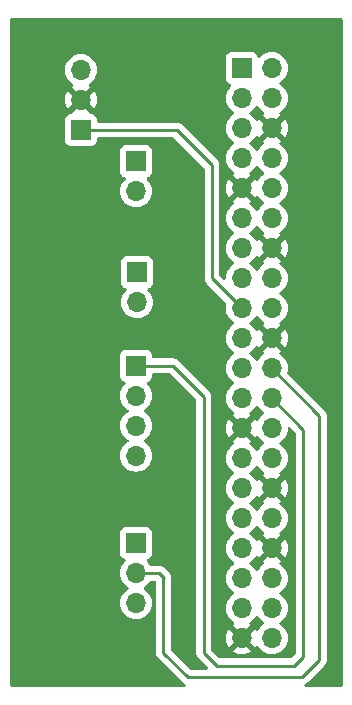
<source format=gbl>
%TF.GenerationSoftware,KiCad,Pcbnew,7.0.2-6a45011f42~172~ubuntu20.04.1*%
%TF.CreationDate,2023-04-23T14:48:56-04:00*%
%TF.ProjectId,RPiHeaderAdapter,52506948-6561-4646-9572-416461707465,rev?*%
%TF.SameCoordinates,Original*%
%TF.FileFunction,Copper,L2,Bot*%
%TF.FilePolarity,Positive*%
%FSLAX46Y46*%
G04 Gerber Fmt 4.6, Leading zero omitted, Abs format (unit mm)*
G04 Created by KiCad (PCBNEW 7.0.2-6a45011f42~172~ubuntu20.04.1) date 2023-04-23 14:48:56*
%MOMM*%
%LPD*%
G01*
G04 APERTURE LIST*
%TA.AperFunction,ComponentPad*%
%ADD10R,1.700000X1.700000*%
%TD*%
%TA.AperFunction,ComponentPad*%
%ADD11O,1.700000X1.700000*%
%TD*%
%TA.AperFunction,ViaPad*%
%ADD12C,0.800000*%
%TD*%
%TA.AperFunction,Conductor*%
%ADD13C,0.250000*%
%TD*%
G04 APERTURE END LIST*
D10*
X134874000Y-75935600D03*
D11*
X134874000Y-78475600D03*
D10*
X134797800Y-98871800D03*
D11*
X134797800Y-101411800D03*
X134797800Y-103951800D03*
D10*
X134797800Y-83845000D03*
D11*
X134797800Y-86385000D03*
X134797800Y-88925000D03*
X134797800Y-91465000D03*
D10*
X130124200Y-63881000D03*
D11*
X130124200Y-61341000D03*
X130124200Y-58801000D03*
D10*
X134797800Y-66532600D03*
D11*
X134797800Y-69072600D03*
D10*
X143738600Y-58648600D03*
D11*
X146278600Y-58648600D03*
X143738600Y-61188600D03*
X146278600Y-61188600D03*
X143738600Y-63728600D03*
X146278600Y-63728600D03*
X143738600Y-66268600D03*
X146278600Y-66268600D03*
X143738600Y-68808600D03*
X146278600Y-68808600D03*
X143738600Y-71348600D03*
X146278600Y-71348600D03*
X143738600Y-73888600D03*
X146278600Y-73888600D03*
X143738600Y-76428600D03*
X146278600Y-76428600D03*
X143738600Y-78968600D03*
X146278600Y-78968600D03*
X143738600Y-81508600D03*
X146278600Y-81508600D03*
X143738600Y-84048600D03*
X146278600Y-84048600D03*
X143738600Y-86588600D03*
X146278600Y-86588600D03*
X143738600Y-89128600D03*
X146278600Y-89128600D03*
X143738600Y-91668600D03*
X146278600Y-91668600D03*
X143738600Y-94208600D03*
X146278600Y-94208600D03*
X143738600Y-96748600D03*
X146278600Y-96748600D03*
X143738600Y-99288600D03*
X146278600Y-99288600D03*
X143738600Y-101828600D03*
X146278600Y-101828600D03*
X143738600Y-104368600D03*
X146278600Y-104368600D03*
X143738600Y-106908600D03*
X146278600Y-106908600D03*
D12*
X148005800Y-82753200D03*
D13*
X130124200Y-63881000D02*
X138226800Y-63881000D01*
X138226800Y-63881000D02*
X141224000Y-66878200D01*
X141224000Y-66878200D02*
X141224000Y-76454000D01*
X141224000Y-76454000D02*
X143738600Y-78968600D01*
X134797800Y-101411800D02*
X136743200Y-101411800D01*
X137134600Y-101803200D02*
X137109200Y-101828600D01*
X139166600Y-110210600D02*
X148844000Y-110210600D01*
X136743200Y-101411800D02*
X137134600Y-101803200D01*
X137109200Y-101828600D02*
X137109200Y-108153200D01*
X150317200Y-108737400D02*
X150317200Y-88087200D01*
X150317200Y-88087200D02*
X146278600Y-84048600D01*
X137109200Y-108153200D02*
X139166600Y-110210600D01*
X148844000Y-110210600D02*
X150317200Y-108737400D01*
X134797800Y-83845000D02*
X137896200Y-83845000D01*
X137896200Y-83845000D02*
X140512800Y-86461600D01*
X148082000Y-109245400D02*
X148132800Y-109296200D01*
X148945600Y-89255600D02*
X146278600Y-86588600D01*
X140512800Y-86461600D02*
X140512800Y-108153200D01*
X140512800Y-108153200D02*
X141605000Y-109245400D01*
X141605000Y-109245400D02*
X148082000Y-109245400D01*
X148132800Y-109296200D02*
X148945600Y-108483400D01*
X148945600Y-108483400D02*
X148945600Y-89255600D01*
%TA.AperFunction,Conductor*%
G36*
X152215539Y-54426985D02*
G01*
X152261294Y-54479789D01*
X152272500Y-54531300D01*
X152272500Y-110898900D01*
X152252815Y-110965939D01*
X152200011Y-111011694D01*
X152148500Y-111022900D01*
X149152523Y-111022900D01*
X149085484Y-111003215D01*
X149039729Y-110950411D01*
X149029785Y-110881253D01*
X149058810Y-110817697D01*
X149089398Y-110792170D01*
X149094388Y-110789218D01*
X149094390Y-110789218D01*
X149111634Y-110779019D01*
X149129102Y-110770462D01*
X149147732Y-110763086D01*
X149183064Y-110737414D01*
X149192830Y-110731000D01*
X149230418Y-110708771D01*
X149230417Y-110708771D01*
X149230420Y-110708770D01*
X149244585Y-110694604D01*
X149259373Y-110681973D01*
X149275587Y-110670194D01*
X149303438Y-110636526D01*
X149311279Y-110627909D01*
X150700988Y-109238200D01*
X150717085Y-109225306D01*
X150719073Y-109223187D01*
X150719077Y-109223186D01*
X150765149Y-109174123D01*
X150767734Y-109171455D01*
X150787320Y-109151871D01*
X150789785Y-109148692D01*
X150797367Y-109139816D01*
X150827262Y-109107982D01*
X150836917Y-109090418D01*
X150847594Y-109074164D01*
X150859873Y-109058336D01*
X150877218Y-109018252D01*
X150882360Y-109007756D01*
X150903397Y-108969492D01*
X150908379Y-108950084D01*
X150914681Y-108931680D01*
X150922637Y-108913296D01*
X150929469Y-108870152D01*
X150931833Y-108858738D01*
X150942700Y-108816419D01*
X150942700Y-108796383D01*
X150944227Y-108776984D01*
X150947360Y-108757204D01*
X150943250Y-108713724D01*
X150942700Y-108702055D01*
X150942700Y-88169943D01*
X150944964Y-88149439D01*
X150942761Y-88079326D01*
X150942700Y-88075431D01*
X150942700Y-88051740D01*
X150942700Y-88047850D01*
X150942198Y-88043877D01*
X150941280Y-88032218D01*
X150939909Y-87988573D01*
X150934320Y-87969340D01*
X150930374Y-87950282D01*
X150927864Y-87930406D01*
X150911788Y-87889804D01*
X150908004Y-87878753D01*
X150902081Y-87858368D01*
X150895818Y-87836810D01*
X150885614Y-87819555D01*
X150877061Y-87802095D01*
X150869686Y-87783469D01*
X150869686Y-87783468D01*
X150844008Y-87748125D01*
X150837601Y-87738371D01*
X150815369Y-87700779D01*
X150801206Y-87686616D01*
X150788567Y-87671817D01*
X150776795Y-87655613D01*
X150743141Y-87627773D01*
X150734499Y-87619909D01*
X147618837Y-84504246D01*
X147585352Y-84442923D01*
X147586743Y-84384472D01*
X147613663Y-84284008D01*
X147634259Y-84048600D01*
X147613663Y-83813192D01*
X147552503Y-83584937D01*
X147452635Y-83370771D01*
X147317095Y-83177199D01*
X147150001Y-83010105D01*
X146964002Y-82879867D01*
X146920380Y-82825292D01*
X146913187Y-82755793D01*
X146944709Y-82693439D01*
X146964005Y-82676719D01*
X147039973Y-82623525D01*
X146411133Y-81994686D01*
X146420915Y-81993280D01*
X146551700Y-81933552D01*
X146660361Y-81839398D01*
X146738093Y-81718444D01*
X146761676Y-81638124D01*
X147393525Y-82269973D01*
X147452200Y-82186176D01*
X147552030Y-81972092D01*
X147613169Y-81743918D01*
X147633757Y-81508600D01*
X147613169Y-81273281D01*
X147552030Y-81045107D01*
X147452199Y-80831021D01*
X147393526Y-80747226D01*
X147393525Y-80747225D01*
X146761676Y-81379075D01*
X146738093Y-81298756D01*
X146660361Y-81177802D01*
X146551700Y-81083648D01*
X146420915Y-81023920D01*
X146411132Y-81022513D01*
X147039973Y-80393673D01*
X147039973Y-80393672D01*
X146964005Y-80340480D01*
X146920380Y-80285904D01*
X146913186Y-80216405D01*
X146944708Y-80154051D01*
X146963999Y-80137334D01*
X147150001Y-80007095D01*
X147317095Y-79840001D01*
X147452635Y-79646430D01*
X147552503Y-79432263D01*
X147613663Y-79204008D01*
X147634259Y-78968600D01*
X147613663Y-78733192D01*
X147552503Y-78504937D01*
X147452635Y-78290771D01*
X147317095Y-78097199D01*
X147150001Y-77930105D01*
X146964439Y-77800173D01*
X146920816Y-77745598D01*
X146913622Y-77676100D01*
X146945145Y-77613745D01*
X146964437Y-77597028D01*
X147150001Y-77467095D01*
X147317095Y-77300001D01*
X147452635Y-77106430D01*
X147552503Y-76892263D01*
X147613663Y-76664008D01*
X147634259Y-76428600D01*
X147613663Y-76193192D01*
X147552503Y-75964937D01*
X147452635Y-75750771D01*
X147317095Y-75557199D01*
X147150001Y-75390105D01*
X146964002Y-75259867D01*
X146920380Y-75205292D01*
X146913187Y-75135793D01*
X146944709Y-75073439D01*
X146964005Y-75056719D01*
X147039973Y-75003525D01*
X146411133Y-74374686D01*
X146420915Y-74373280D01*
X146551700Y-74313552D01*
X146660361Y-74219398D01*
X146738093Y-74098444D01*
X146761677Y-74018123D01*
X147393525Y-74649972D01*
X147452200Y-74566176D01*
X147552030Y-74352092D01*
X147613169Y-74123918D01*
X147633757Y-73888600D01*
X147613169Y-73653281D01*
X147552030Y-73425107D01*
X147452199Y-73211021D01*
X147393526Y-73127226D01*
X147393525Y-73127225D01*
X146761676Y-73759074D01*
X146738093Y-73678756D01*
X146660361Y-73557802D01*
X146551700Y-73463648D01*
X146420915Y-73403920D01*
X146411133Y-73402513D01*
X147039973Y-72773673D01*
X147039973Y-72773672D01*
X146964005Y-72720480D01*
X146920380Y-72665904D01*
X146913186Y-72596405D01*
X146944708Y-72534051D01*
X146963999Y-72517334D01*
X147150001Y-72387095D01*
X147317095Y-72220001D01*
X147452635Y-72026430D01*
X147552503Y-71812263D01*
X147613663Y-71584008D01*
X147634259Y-71348600D01*
X147613663Y-71113192D01*
X147552503Y-70884937D01*
X147452635Y-70670771D01*
X147317095Y-70477199D01*
X147150001Y-70310105D01*
X146964439Y-70180173D01*
X146920816Y-70125598D01*
X146913622Y-70056100D01*
X146945145Y-69993745D01*
X146964437Y-69977028D01*
X147150001Y-69847095D01*
X147317095Y-69680001D01*
X147452635Y-69486430D01*
X147552503Y-69272263D01*
X147613663Y-69044008D01*
X147634259Y-68808600D01*
X147613663Y-68573192D01*
X147552503Y-68344937D01*
X147452635Y-68130771D01*
X147317095Y-67937199D01*
X147150001Y-67770105D01*
X146964439Y-67640173D01*
X146920816Y-67585598D01*
X146913622Y-67516100D01*
X146945145Y-67453745D01*
X146964437Y-67437028D01*
X147150001Y-67307095D01*
X147317095Y-67140001D01*
X147452635Y-66946430D01*
X147552503Y-66732263D01*
X147613663Y-66504008D01*
X147634259Y-66268600D01*
X147613663Y-66033192D01*
X147552503Y-65804937D01*
X147452635Y-65590771D01*
X147317095Y-65397199D01*
X147150001Y-65230105D01*
X146964002Y-65099867D01*
X146920380Y-65045292D01*
X146913187Y-64975793D01*
X146944709Y-64913439D01*
X146964005Y-64896719D01*
X147039973Y-64843525D01*
X146411133Y-64214686D01*
X146420915Y-64213280D01*
X146551700Y-64153552D01*
X146660361Y-64059398D01*
X146738093Y-63938444D01*
X146761676Y-63858124D01*
X147393525Y-64489973D01*
X147452200Y-64406176D01*
X147552030Y-64192092D01*
X147613169Y-63963918D01*
X147633757Y-63728599D01*
X147613169Y-63493281D01*
X147552030Y-63265107D01*
X147452199Y-63051021D01*
X147393526Y-62967226D01*
X147393525Y-62967225D01*
X146761676Y-63599075D01*
X146738093Y-63518756D01*
X146660361Y-63397802D01*
X146551700Y-63303648D01*
X146420915Y-63243920D01*
X146411131Y-63242513D01*
X147039973Y-62613673D01*
X147039973Y-62613672D01*
X146964005Y-62560480D01*
X146920380Y-62505904D01*
X146913186Y-62436405D01*
X146944708Y-62374051D01*
X146963999Y-62357334D01*
X147150001Y-62227095D01*
X147317095Y-62060001D01*
X147452635Y-61866430D01*
X147552503Y-61652263D01*
X147613663Y-61424008D01*
X147634259Y-61188600D01*
X147613663Y-60953192D01*
X147552503Y-60724937D01*
X147452635Y-60510771D01*
X147317095Y-60317199D01*
X147150001Y-60150105D01*
X146964439Y-60020173D01*
X146920815Y-59965597D01*
X146913623Y-59896098D01*
X146945145Y-59833744D01*
X146964431Y-59817032D01*
X147150001Y-59687095D01*
X147317095Y-59520001D01*
X147452635Y-59326430D01*
X147552503Y-59112263D01*
X147613663Y-58884008D01*
X147634259Y-58648600D01*
X147613663Y-58413192D01*
X147552503Y-58184937D01*
X147452635Y-57970771D01*
X147317095Y-57777199D01*
X147150001Y-57610105D01*
X146956430Y-57474565D01*
X146742263Y-57374697D01*
X146681101Y-57358309D01*
X146514007Y-57313536D01*
X146278600Y-57292940D01*
X146043192Y-57313536D01*
X145814936Y-57374697D01*
X145600770Y-57474565D01*
X145407201Y-57610103D01*
X145285273Y-57732031D01*
X145223950Y-57765515D01*
X145154258Y-57760531D01*
X145098325Y-57718659D01*
X145081410Y-57687682D01*
X145058764Y-57626965D01*
X145032396Y-57556269D01*
X144946146Y-57441054D01*
X144830931Y-57354804D01*
X144696083Y-57304509D01*
X144636473Y-57298100D01*
X144633150Y-57298100D01*
X142844039Y-57298100D01*
X142844020Y-57298100D01*
X142840728Y-57298101D01*
X142837448Y-57298453D01*
X142837440Y-57298454D01*
X142781115Y-57304509D01*
X142646269Y-57354804D01*
X142531054Y-57441054D01*
X142444804Y-57556268D01*
X142444803Y-57556269D01*
X142444804Y-57556269D01*
X142394509Y-57691117D01*
X142388100Y-57750727D01*
X142388100Y-57754048D01*
X142388100Y-57754049D01*
X142388100Y-59543160D01*
X142388100Y-59543178D01*
X142388101Y-59546472D01*
X142388453Y-59549752D01*
X142388454Y-59549759D01*
X142394509Y-59606084D01*
X142419244Y-59672401D01*
X142444804Y-59740931D01*
X142531054Y-59856146D01*
X142646269Y-59942396D01*
X142733779Y-59975035D01*
X142777682Y-59991410D01*
X142833616Y-60033281D01*
X142858033Y-60098746D01*
X142843181Y-60167019D01*
X142822031Y-60195273D01*
X142700103Y-60317201D01*
X142564565Y-60510770D01*
X142464697Y-60724936D01*
X142403536Y-60953192D01*
X142382940Y-61188600D01*
X142403536Y-61424007D01*
X142437522Y-61550844D01*
X142464697Y-61652263D01*
X142564565Y-61866430D01*
X142700105Y-62060001D01*
X142867199Y-62227095D01*
X143052760Y-62357026D01*
X143096383Y-62411602D01*
X143103576Y-62481101D01*
X143072054Y-62543455D01*
X143052759Y-62560175D01*
X142867195Y-62690108D01*
X142700105Y-62857198D01*
X142564565Y-63050770D01*
X142464697Y-63264936D01*
X142403536Y-63493192D01*
X142382940Y-63728600D01*
X142403536Y-63964007D01*
X142429096Y-64059398D01*
X142464697Y-64192263D01*
X142564565Y-64406430D01*
X142700105Y-64600001D01*
X142867199Y-64767095D01*
X143052760Y-64897026D01*
X143096383Y-64951602D01*
X143103576Y-65021101D01*
X143072054Y-65083455D01*
X143052758Y-65100175D01*
X142926605Y-65188509D01*
X142867195Y-65230108D01*
X142700105Y-65397198D01*
X142564565Y-65590770D01*
X142464697Y-65804936D01*
X142403536Y-66033192D01*
X142382940Y-66268599D01*
X142403536Y-66504007D01*
X142427407Y-66593095D01*
X142464697Y-66732263D01*
X142564565Y-66946430D01*
X142700105Y-67140001D01*
X142867199Y-67307095D01*
X143053196Y-67437332D01*
X143096819Y-67491907D01*
X143104012Y-67561406D01*
X143072490Y-67623760D01*
X143053194Y-67640481D01*
X142977226Y-67693673D01*
X143606066Y-68322513D01*
X143596285Y-68323920D01*
X143465500Y-68383648D01*
X143356839Y-68477802D01*
X143279107Y-68598756D01*
X143255523Y-68679075D01*
X142623673Y-68047225D01*
X142623672Y-68047225D01*
X142564999Y-68131022D01*
X142465169Y-68345107D01*
X142404030Y-68573281D01*
X142383442Y-68808599D01*
X142404030Y-69043918D01*
X142465169Y-69272092D01*
X142565000Y-69486180D01*
X142623673Y-69569973D01*
X143255523Y-68938123D01*
X143279107Y-69018444D01*
X143356839Y-69139398D01*
X143465500Y-69233552D01*
X143596285Y-69293280D01*
X143606066Y-69294686D01*
X142977225Y-69923525D01*
X143053194Y-69976719D01*
X143096819Y-70031296D01*
X143104013Y-70100794D01*
X143072490Y-70163149D01*
X143053195Y-70179869D01*
X142867195Y-70310108D01*
X142700105Y-70477198D01*
X142564565Y-70670770D01*
X142464697Y-70884936D01*
X142403536Y-71113192D01*
X142382940Y-71348599D01*
X142403536Y-71584007D01*
X142448309Y-71751102D01*
X142464697Y-71812263D01*
X142564565Y-72026430D01*
X142700105Y-72220001D01*
X142867199Y-72387095D01*
X143052760Y-72517026D01*
X143096383Y-72571602D01*
X143103576Y-72641101D01*
X143072054Y-72703455D01*
X143052759Y-72720175D01*
X142867195Y-72850108D01*
X142700105Y-73017198D01*
X142564565Y-73210770D01*
X142464697Y-73424936D01*
X142403536Y-73653192D01*
X142382940Y-73888600D01*
X142403536Y-74124007D01*
X142429096Y-74219398D01*
X142464697Y-74352263D01*
X142564565Y-74566430D01*
X142700105Y-74760001D01*
X142867199Y-74927095D01*
X143052760Y-75057026D01*
X143096383Y-75111602D01*
X143103576Y-75181101D01*
X143072054Y-75243455D01*
X143052759Y-75260175D01*
X142867195Y-75390108D01*
X142700105Y-75557198D01*
X142564565Y-75750770D01*
X142464697Y-75964936D01*
X142403536Y-76193192D01*
X142382001Y-76439328D01*
X142356548Y-76504397D01*
X142299957Y-76545375D01*
X142230195Y-76549253D01*
X142170792Y-76516201D01*
X141885819Y-76231228D01*
X141852334Y-76169905D01*
X141849500Y-76143547D01*
X141849500Y-66960943D01*
X141851764Y-66940439D01*
X141849561Y-66870326D01*
X141849500Y-66866431D01*
X141849500Y-66842740D01*
X141849500Y-66838850D01*
X141848998Y-66834877D01*
X141848080Y-66823218D01*
X141846709Y-66779573D01*
X141841120Y-66760340D01*
X141837174Y-66741282D01*
X141834664Y-66721406D01*
X141818588Y-66680804D01*
X141814804Y-66669753D01*
X141808881Y-66649368D01*
X141802618Y-66627810D01*
X141792414Y-66610555D01*
X141783861Y-66593095D01*
X141776486Y-66574469D01*
X141776486Y-66574468D01*
X141750808Y-66539125D01*
X141744401Y-66529371D01*
X141722170Y-66491780D01*
X141708006Y-66477616D01*
X141695367Y-66462817D01*
X141683595Y-66446613D01*
X141649941Y-66418773D01*
X141641299Y-66410909D01*
X138727602Y-63497211D01*
X138714706Y-63481113D01*
X138663575Y-63433098D01*
X138660778Y-63430387D01*
X138644027Y-63413636D01*
X138641271Y-63410880D01*
X138638090Y-63408412D01*
X138629222Y-63400837D01*
X138597382Y-63370938D01*
X138579824Y-63361285D01*
X138563564Y-63350604D01*
X138547736Y-63338327D01*
X138507651Y-63320980D01*
X138497161Y-63315841D01*
X138458891Y-63294802D01*
X138439491Y-63289821D01*
X138421084Y-63283519D01*
X138402697Y-63275562D01*
X138359558Y-63268729D01*
X138348124Y-63266361D01*
X138305819Y-63255500D01*
X138285784Y-63255500D01*
X138266386Y-63253973D01*
X138258962Y-63252797D01*
X138246605Y-63250840D01*
X138246604Y-63250840D01*
X138213551Y-63253964D01*
X138203125Y-63254950D01*
X138191456Y-63255500D01*
X131598699Y-63255500D01*
X131531660Y-63235815D01*
X131485905Y-63183011D01*
X131474699Y-63131500D01*
X131474699Y-62986439D01*
X131474699Y-62983128D01*
X131468291Y-62923517D01*
X131417996Y-62788669D01*
X131331746Y-62673454D01*
X131216531Y-62587204D01*
X131081683Y-62536909D01*
X131022073Y-62530500D01*
X131018751Y-62530500D01*
X131011510Y-62530500D01*
X130944471Y-62510815D01*
X130923829Y-62494181D01*
X130256733Y-61827086D01*
X130266515Y-61825680D01*
X130397300Y-61765952D01*
X130505961Y-61671798D01*
X130583693Y-61550844D01*
X130607276Y-61470524D01*
X131239125Y-62102373D01*
X131297800Y-62018576D01*
X131397630Y-61804492D01*
X131458769Y-61576318D01*
X131479357Y-61340999D01*
X131458769Y-61105681D01*
X131397630Y-60877507D01*
X131297799Y-60663421D01*
X131239126Y-60579626D01*
X131239125Y-60579625D01*
X130607276Y-61211474D01*
X130583693Y-61131156D01*
X130505961Y-61010202D01*
X130397300Y-60916048D01*
X130266515Y-60856320D01*
X130256733Y-60854913D01*
X130885573Y-60226073D01*
X130885573Y-60226072D01*
X130809605Y-60172880D01*
X130765980Y-60118304D01*
X130758786Y-60048805D01*
X130790308Y-59986451D01*
X130809599Y-59969734D01*
X130995601Y-59839495D01*
X131162695Y-59672401D01*
X131298235Y-59478830D01*
X131398103Y-59264663D01*
X131459263Y-59036408D01*
X131479859Y-58801000D01*
X131459263Y-58565592D01*
X131398103Y-58337337D01*
X131298235Y-58123171D01*
X131162695Y-57929599D01*
X130995601Y-57762505D01*
X130802030Y-57626965D01*
X130587863Y-57527097D01*
X130526702Y-57510709D01*
X130359607Y-57465936D01*
X130124200Y-57445340D01*
X129888792Y-57465936D01*
X129660536Y-57527097D01*
X129446370Y-57626965D01*
X129252798Y-57762505D01*
X129085705Y-57929598D01*
X128950165Y-58123170D01*
X128850297Y-58337336D01*
X128789136Y-58565592D01*
X128768540Y-58801000D01*
X128789136Y-59036407D01*
X128809462Y-59112263D01*
X128850297Y-59264663D01*
X128950165Y-59478830D01*
X129085705Y-59672401D01*
X129252799Y-59839495D01*
X129438796Y-59969732D01*
X129482419Y-60024307D01*
X129489612Y-60093806D01*
X129458090Y-60156160D01*
X129438794Y-60172881D01*
X129362826Y-60226073D01*
X129991666Y-60854913D01*
X129981885Y-60856320D01*
X129851100Y-60916048D01*
X129742439Y-61010202D01*
X129664707Y-61131156D01*
X129641123Y-61211475D01*
X129009273Y-60579625D01*
X129009272Y-60579625D01*
X128950599Y-60663422D01*
X128850769Y-60877507D01*
X128789630Y-61105681D01*
X128769042Y-61340999D01*
X128789630Y-61576318D01*
X128850769Y-61804492D01*
X128950600Y-62018580D01*
X129009273Y-62102373D01*
X129641123Y-61470523D01*
X129664707Y-61550844D01*
X129742439Y-61671798D01*
X129851100Y-61765952D01*
X129981885Y-61825680D01*
X129991666Y-61827086D01*
X129324569Y-62494181D01*
X129263246Y-62527666D01*
X129236900Y-62530500D01*
X129229645Y-62530500D01*
X129229626Y-62530500D01*
X129226328Y-62530501D01*
X129223048Y-62530853D01*
X129223040Y-62530854D01*
X129166715Y-62536909D01*
X129031869Y-62587204D01*
X128916654Y-62673454D01*
X128830404Y-62788668D01*
X128780109Y-62923516D01*
X128775410Y-62967226D01*
X128773700Y-62983127D01*
X128773700Y-62986448D01*
X128773700Y-62986449D01*
X128773700Y-64775560D01*
X128773700Y-64775578D01*
X128773701Y-64778872D01*
X128774053Y-64782152D01*
X128774054Y-64782159D01*
X128780109Y-64838484D01*
X128801830Y-64896719D01*
X128830404Y-64973331D01*
X128916654Y-65088546D01*
X129031869Y-65174796D01*
X129166717Y-65225091D01*
X129226327Y-65231500D01*
X131022072Y-65231499D01*
X131081683Y-65225091D01*
X131216531Y-65174796D01*
X131331746Y-65088546D01*
X131417996Y-64973331D01*
X131468291Y-64838483D01*
X131474700Y-64778873D01*
X131474700Y-64630499D01*
X131494385Y-64563461D01*
X131547189Y-64517706D01*
X131598700Y-64506500D01*
X137916348Y-64506500D01*
X137983387Y-64526185D01*
X138004029Y-64542819D01*
X140562181Y-67100971D01*
X140595666Y-67162294D01*
X140598500Y-67188652D01*
X140598500Y-76371256D01*
X140596235Y-76391766D01*
X140598439Y-76461872D01*
X140598500Y-76465767D01*
X140598500Y-76493350D01*
X140598988Y-76497219D01*
X140598989Y-76497225D01*
X140599004Y-76497343D01*
X140599918Y-76508967D01*
X140601290Y-76552626D01*
X140606879Y-76571860D01*
X140610825Y-76590916D01*
X140613335Y-76610792D01*
X140629414Y-76651404D01*
X140633197Y-76662451D01*
X140645382Y-76704391D01*
X140655580Y-76721635D01*
X140664136Y-76739100D01*
X140671514Y-76757732D01*
X140671515Y-76757733D01*
X140697180Y-76793059D01*
X140703593Y-76802822D01*
X140725826Y-76840416D01*
X140725829Y-76840419D01*
X140725830Y-76840420D01*
X140739995Y-76854585D01*
X140752627Y-76869375D01*
X140764406Y-76885587D01*
X140798058Y-76913426D01*
X140806699Y-76921289D01*
X142398362Y-78512952D01*
X142431847Y-78574275D01*
X142430456Y-78632726D01*
X142403536Y-78733193D01*
X142382940Y-78968600D01*
X142403536Y-79204007D01*
X142441851Y-79347001D01*
X142464697Y-79432263D01*
X142564565Y-79646430D01*
X142700105Y-79840001D01*
X142867199Y-80007095D01*
X143052760Y-80137026D01*
X143096383Y-80191602D01*
X143103576Y-80261101D01*
X143072054Y-80323455D01*
X143052759Y-80340175D01*
X142867195Y-80470108D01*
X142700105Y-80637198D01*
X142564565Y-80830770D01*
X142464697Y-81044936D01*
X142403536Y-81273192D01*
X142382940Y-81508600D01*
X142403536Y-81744007D01*
X142429096Y-81839398D01*
X142464697Y-81972263D01*
X142564565Y-82186430D01*
X142700105Y-82380001D01*
X142867199Y-82547095D01*
X143052760Y-82677026D01*
X143096383Y-82731602D01*
X143103576Y-82801101D01*
X143072054Y-82863455D01*
X143052759Y-82880175D01*
X142867195Y-83010108D01*
X142700105Y-83177198D01*
X142564565Y-83370770D01*
X142464697Y-83584936D01*
X142403536Y-83813192D01*
X142382940Y-84048599D01*
X142403536Y-84284007D01*
X142403537Y-84284009D01*
X142464697Y-84512263D01*
X142564565Y-84726430D01*
X142700105Y-84920001D01*
X142867199Y-85087095D01*
X143052760Y-85217026D01*
X143096383Y-85271602D01*
X143103576Y-85341101D01*
X143072054Y-85403455D01*
X143052758Y-85420175D01*
X142919333Y-85513601D01*
X142867195Y-85550108D01*
X142700105Y-85717198D01*
X142564565Y-85910770D01*
X142464697Y-86124936D01*
X142403536Y-86353192D01*
X142382940Y-86588600D01*
X142403536Y-86824007D01*
X142410143Y-86848663D01*
X142464697Y-87052263D01*
X142564565Y-87266430D01*
X142700105Y-87460001D01*
X142867199Y-87627095D01*
X143053196Y-87757332D01*
X143096819Y-87811907D01*
X143104012Y-87881406D01*
X143072490Y-87943760D01*
X143053194Y-87960481D01*
X142977226Y-88013673D01*
X143606066Y-88642513D01*
X143596285Y-88643920D01*
X143465500Y-88703648D01*
X143356839Y-88797802D01*
X143279107Y-88918756D01*
X143255523Y-88999075D01*
X142623673Y-88367225D01*
X142623672Y-88367225D01*
X142564999Y-88451022D01*
X142465169Y-88665107D01*
X142404030Y-88893281D01*
X142383442Y-89128599D01*
X142404030Y-89363918D01*
X142465169Y-89592092D01*
X142565000Y-89806180D01*
X142623673Y-89889973D01*
X143255523Y-89258123D01*
X143279107Y-89338444D01*
X143356839Y-89459398D01*
X143465500Y-89553552D01*
X143596285Y-89613280D01*
X143606066Y-89614686D01*
X142977225Y-90243525D01*
X143053194Y-90296719D01*
X143096819Y-90351296D01*
X143104013Y-90420794D01*
X143072490Y-90483149D01*
X143053195Y-90499869D01*
X142867195Y-90630108D01*
X142700105Y-90797198D01*
X142564565Y-90990770D01*
X142464697Y-91204936D01*
X142403536Y-91433192D01*
X142382940Y-91668599D01*
X142403536Y-91904007D01*
X142410143Y-91928663D01*
X142464697Y-92132263D01*
X142564565Y-92346430D01*
X142700105Y-92540001D01*
X142867199Y-92707095D01*
X143052760Y-92837026D01*
X143096383Y-92891602D01*
X143103576Y-92961101D01*
X143072054Y-93023455D01*
X143052759Y-93040175D01*
X142867195Y-93170108D01*
X142700105Y-93337198D01*
X142564565Y-93530770D01*
X142464697Y-93744936D01*
X142403536Y-93973192D01*
X142382940Y-94208600D01*
X142403536Y-94444007D01*
X142429096Y-94539398D01*
X142464697Y-94672263D01*
X142564565Y-94886430D01*
X142700105Y-95080001D01*
X142867199Y-95247095D01*
X143052760Y-95377026D01*
X143096383Y-95431602D01*
X143103576Y-95501101D01*
X143072054Y-95563455D01*
X143052759Y-95580175D01*
X142867195Y-95710108D01*
X142700105Y-95877198D01*
X142564565Y-96070770D01*
X142464697Y-96284936D01*
X142403536Y-96513192D01*
X142382940Y-96748599D01*
X142403536Y-96984007D01*
X142448309Y-97151101D01*
X142464697Y-97212263D01*
X142564565Y-97426430D01*
X142700105Y-97620001D01*
X142867199Y-97787095D01*
X143052760Y-97917026D01*
X143096383Y-97971602D01*
X143103576Y-98041101D01*
X143072054Y-98103455D01*
X143052759Y-98120175D01*
X142867195Y-98250108D01*
X142700105Y-98417198D01*
X142564565Y-98610770D01*
X142464697Y-98824936D01*
X142403536Y-99053192D01*
X142382940Y-99288600D01*
X142403536Y-99524007D01*
X142429096Y-99619398D01*
X142464697Y-99752263D01*
X142564565Y-99966430D01*
X142700105Y-100160001D01*
X142867199Y-100327095D01*
X143052760Y-100457026D01*
X143096383Y-100511602D01*
X143103576Y-100581101D01*
X143072054Y-100643455D01*
X143052758Y-100660175D01*
X142879289Y-100781640D01*
X142867195Y-100790108D01*
X142700105Y-100957198D01*
X142564565Y-101150770D01*
X142464697Y-101364936D01*
X142403536Y-101593192D01*
X142382940Y-101828600D01*
X142403536Y-102064007D01*
X142429606Y-102161300D01*
X142464697Y-102292263D01*
X142564565Y-102506430D01*
X142700105Y-102700001D01*
X142867199Y-102867095D01*
X143052760Y-102997026D01*
X143096383Y-103051602D01*
X143103576Y-103121101D01*
X143072054Y-103183455D01*
X143052758Y-103200175D01*
X142947369Y-103273970D01*
X142867195Y-103330108D01*
X142700105Y-103497198D01*
X142564565Y-103690770D01*
X142464697Y-103904936D01*
X142403536Y-104133192D01*
X142382940Y-104368599D01*
X142403536Y-104604007D01*
X142410402Y-104629630D01*
X142464697Y-104832263D01*
X142564565Y-105046430D01*
X142700105Y-105240001D01*
X142867199Y-105407095D01*
X143053196Y-105537332D01*
X143096819Y-105591907D01*
X143104012Y-105661406D01*
X143072490Y-105723760D01*
X143053194Y-105740481D01*
X142977226Y-105793673D01*
X143606066Y-106422513D01*
X143596285Y-106423920D01*
X143465500Y-106483648D01*
X143356839Y-106577802D01*
X143279107Y-106698756D01*
X143255523Y-106779075D01*
X142623673Y-106147225D01*
X142623672Y-106147225D01*
X142564999Y-106231022D01*
X142465169Y-106445107D01*
X142404030Y-106673281D01*
X142383442Y-106908599D01*
X142404030Y-107143918D01*
X142465169Y-107372092D01*
X142565000Y-107586180D01*
X142623673Y-107669973D01*
X143255523Y-107038123D01*
X143279107Y-107118444D01*
X143356839Y-107239398D01*
X143465500Y-107333552D01*
X143596285Y-107393280D01*
X143606066Y-107394686D01*
X142977225Y-108023525D01*
X143061020Y-108082199D01*
X143275107Y-108182030D01*
X143503281Y-108243169D01*
X143738600Y-108263757D01*
X143973918Y-108243169D01*
X144202092Y-108182030D01*
X144416176Y-108082200D01*
X144499973Y-108023525D01*
X143871133Y-107394686D01*
X143880915Y-107393280D01*
X144011700Y-107333552D01*
X144120361Y-107239398D01*
X144198093Y-107118444D01*
X144221676Y-107038124D01*
X144853525Y-107669973D01*
X144906719Y-107594005D01*
X144961296Y-107550380D01*
X145030794Y-107543186D01*
X145093149Y-107574709D01*
X145109865Y-107594000D01*
X145240105Y-107780001D01*
X145407199Y-107947095D01*
X145600770Y-108082635D01*
X145814937Y-108182503D01*
X146043192Y-108243663D01*
X146278600Y-108264259D01*
X146514008Y-108243663D01*
X146742263Y-108182503D01*
X146956430Y-108082635D01*
X147150001Y-107947095D01*
X147317095Y-107780001D01*
X147452635Y-107586430D01*
X147552503Y-107372263D01*
X147613663Y-107144008D01*
X147634259Y-106908600D01*
X147613663Y-106673192D01*
X147552503Y-106444937D01*
X147452635Y-106230771D01*
X147317095Y-106037199D01*
X147150001Y-105870105D01*
X146964439Y-105740173D01*
X146920816Y-105685598D01*
X146913622Y-105616100D01*
X146945145Y-105553745D01*
X146964437Y-105537028D01*
X147150001Y-105407095D01*
X147317095Y-105240001D01*
X147452635Y-105046430D01*
X147552503Y-104832263D01*
X147613663Y-104604008D01*
X147634259Y-104368600D01*
X147613663Y-104133192D01*
X147552503Y-103904937D01*
X147452635Y-103690771D01*
X147317095Y-103497199D01*
X147150001Y-103330105D01*
X146964439Y-103200173D01*
X146920817Y-103145598D01*
X146913624Y-103076099D01*
X146945146Y-103013745D01*
X146964437Y-102997028D01*
X147150001Y-102867095D01*
X147317095Y-102700001D01*
X147452635Y-102506430D01*
X147552503Y-102292263D01*
X147613663Y-102064008D01*
X147634259Y-101828600D01*
X147628598Y-101763901D01*
X147613663Y-101593192D01*
X147602843Y-101552810D01*
X147552503Y-101364937D01*
X147452635Y-101150771D01*
X147317095Y-100957199D01*
X147150001Y-100790105D01*
X146964002Y-100659867D01*
X146920380Y-100605292D01*
X146913187Y-100535793D01*
X146944709Y-100473439D01*
X146964005Y-100456719D01*
X147039973Y-100403525D01*
X146411133Y-99774686D01*
X146420915Y-99773280D01*
X146551700Y-99713552D01*
X146660361Y-99619398D01*
X146738093Y-99498444D01*
X146761676Y-99418124D01*
X147393525Y-100049973D01*
X147452200Y-99966176D01*
X147552030Y-99752092D01*
X147613169Y-99523918D01*
X147633757Y-99288599D01*
X147613169Y-99053281D01*
X147552030Y-98825107D01*
X147452199Y-98611021D01*
X147393526Y-98527226D01*
X147393525Y-98527225D01*
X146761676Y-99159075D01*
X146738093Y-99078756D01*
X146660361Y-98957802D01*
X146551700Y-98863648D01*
X146420915Y-98803920D01*
X146411132Y-98802513D01*
X147039973Y-98173673D01*
X147039973Y-98173672D01*
X146964005Y-98120480D01*
X146920380Y-98065904D01*
X146913186Y-97996405D01*
X146944708Y-97934051D01*
X146963999Y-97917334D01*
X147150001Y-97787095D01*
X147317095Y-97620001D01*
X147452635Y-97426430D01*
X147552503Y-97212263D01*
X147613663Y-96984008D01*
X147634259Y-96748600D01*
X147613663Y-96513192D01*
X147552503Y-96284937D01*
X147452635Y-96070771D01*
X147317095Y-95877199D01*
X147150001Y-95710105D01*
X146964002Y-95579867D01*
X146920380Y-95525292D01*
X146913187Y-95455793D01*
X146944709Y-95393439D01*
X146964005Y-95376719D01*
X147039973Y-95323525D01*
X146411133Y-94694686D01*
X146420915Y-94693280D01*
X146551700Y-94633552D01*
X146660361Y-94539398D01*
X146738093Y-94418444D01*
X146761676Y-94338124D01*
X147393525Y-94969973D01*
X147452200Y-94886176D01*
X147552030Y-94672092D01*
X147613169Y-94443918D01*
X147633757Y-94208600D01*
X147613169Y-93973281D01*
X147552030Y-93745107D01*
X147452199Y-93531021D01*
X147393526Y-93447226D01*
X147393525Y-93447225D01*
X146761676Y-94079075D01*
X146738093Y-93998756D01*
X146660361Y-93877802D01*
X146551700Y-93783648D01*
X146420915Y-93723920D01*
X146411132Y-93722513D01*
X147039973Y-93093673D01*
X147039973Y-93093672D01*
X146964005Y-93040480D01*
X146920380Y-92985904D01*
X146913186Y-92916405D01*
X146944708Y-92854051D01*
X146963999Y-92837334D01*
X147150001Y-92707095D01*
X147317095Y-92540001D01*
X147452635Y-92346430D01*
X147552503Y-92132263D01*
X147613663Y-91904008D01*
X147634259Y-91668600D01*
X147613663Y-91433192D01*
X147552503Y-91204937D01*
X147452635Y-90990771D01*
X147317095Y-90797199D01*
X147150001Y-90630105D01*
X146964439Y-90500173D01*
X146920816Y-90445598D01*
X146913622Y-90376100D01*
X146945145Y-90313745D01*
X146964437Y-90297028D01*
X147150001Y-90167095D01*
X147317095Y-90000001D01*
X147452635Y-89806430D01*
X147552503Y-89592263D01*
X147613663Y-89364008D01*
X147624008Y-89245771D01*
X147635198Y-89117871D01*
X147660650Y-89052802D01*
X147717241Y-89011823D01*
X147787003Y-89007945D01*
X147846407Y-89040997D01*
X148283781Y-89478371D01*
X148317266Y-89539694D01*
X148320100Y-89566052D01*
X148320100Y-108172947D01*
X148300415Y-108239986D01*
X148283781Y-108260628D01*
X147960828Y-108583581D01*
X147899505Y-108617066D01*
X147873147Y-108619900D01*
X141915452Y-108619900D01*
X141848413Y-108600215D01*
X141827771Y-108583581D01*
X141174619Y-107930428D01*
X141141134Y-107869105D01*
X141138300Y-107842747D01*
X141138300Y-86544339D01*
X141140563Y-86523838D01*
X141140216Y-86512802D01*
X141138361Y-86453744D01*
X141138300Y-86449850D01*
X141138300Y-86426144D01*
X141138300Y-86422250D01*
X141137798Y-86418281D01*
X141136880Y-86406624D01*
X141135509Y-86362973D01*
X141129920Y-86343740D01*
X141125974Y-86324682D01*
X141123464Y-86304808D01*
X141107388Y-86264206D01*
X141103604Y-86253152D01*
X141091419Y-86211213D01*
X141091418Y-86211212D01*
X141091418Y-86211210D01*
X141081217Y-86193961D01*
X141072660Y-86176495D01*
X141065286Y-86157868D01*
X141039613Y-86122532D01*
X141033202Y-86112772D01*
X141010969Y-86075178D01*
X140996806Y-86061015D01*
X140984169Y-86046220D01*
X140972395Y-86030014D01*
X140972394Y-86030013D01*
X140938735Y-86002168D01*
X140930105Y-85994314D01*
X138397002Y-83461211D01*
X138384106Y-83445113D01*
X138332975Y-83397098D01*
X138330178Y-83394387D01*
X138313427Y-83377636D01*
X138310671Y-83374880D01*
X138307490Y-83372412D01*
X138298622Y-83364837D01*
X138266782Y-83334938D01*
X138249224Y-83325285D01*
X138232964Y-83314604D01*
X138217136Y-83302327D01*
X138177051Y-83284980D01*
X138166561Y-83279841D01*
X138128291Y-83258802D01*
X138108891Y-83253821D01*
X138090484Y-83247519D01*
X138072097Y-83239562D01*
X138028958Y-83232729D01*
X138017524Y-83230361D01*
X137975219Y-83219500D01*
X137955184Y-83219500D01*
X137935786Y-83217973D01*
X137928362Y-83216797D01*
X137916005Y-83214840D01*
X137916004Y-83214840D01*
X137882951Y-83217964D01*
X137872525Y-83218950D01*
X137860856Y-83219500D01*
X136272299Y-83219500D01*
X136205260Y-83199815D01*
X136159505Y-83147011D01*
X136148299Y-83095500D01*
X136148299Y-82950439D01*
X136148299Y-82947128D01*
X136141891Y-82887517D01*
X136091596Y-82752669D01*
X136005346Y-82637454D01*
X135890131Y-82551204D01*
X135755283Y-82500909D01*
X135695673Y-82494500D01*
X135692350Y-82494500D01*
X133903239Y-82494500D01*
X133903220Y-82494500D01*
X133899928Y-82494501D01*
X133896648Y-82494853D01*
X133896640Y-82494854D01*
X133840315Y-82500909D01*
X133705469Y-82551204D01*
X133590254Y-82637454D01*
X133504004Y-82752668D01*
X133453710Y-82887515D01*
X133453709Y-82887517D01*
X133447300Y-82947127D01*
X133447300Y-82950448D01*
X133447300Y-82950449D01*
X133447300Y-84739560D01*
X133447300Y-84739578D01*
X133447301Y-84742872D01*
X133453709Y-84802483D01*
X133504004Y-84937331D01*
X133590254Y-85052546D01*
X133705469Y-85138796D01*
X133817707Y-85180658D01*
X133836882Y-85187810D01*
X133892816Y-85229681D01*
X133917233Y-85295146D01*
X133902381Y-85363419D01*
X133881231Y-85391673D01*
X133759303Y-85513601D01*
X133623765Y-85707170D01*
X133523897Y-85921336D01*
X133462736Y-86149592D01*
X133442140Y-86384999D01*
X133462736Y-86620407D01*
X133489607Y-86720690D01*
X133523897Y-86848663D01*
X133623765Y-87062830D01*
X133759305Y-87256401D01*
X133926399Y-87423495D01*
X134111960Y-87553426D01*
X134155583Y-87608002D01*
X134162776Y-87677501D01*
X134131254Y-87739855D01*
X134111958Y-87756575D01*
X134021993Y-87819570D01*
X133926395Y-87886508D01*
X133759305Y-88053598D01*
X133623765Y-88247170D01*
X133523897Y-88461336D01*
X133462736Y-88689592D01*
X133442140Y-88924999D01*
X133462736Y-89160407D01*
X133504141Y-89314933D01*
X133523897Y-89388663D01*
X133623765Y-89602830D01*
X133759305Y-89796401D01*
X133926399Y-89963495D01*
X134111960Y-90093426D01*
X134155583Y-90148002D01*
X134162776Y-90217501D01*
X134131254Y-90279855D01*
X134111959Y-90296575D01*
X133926395Y-90426508D01*
X133759305Y-90593598D01*
X133623765Y-90787170D01*
X133523897Y-91001336D01*
X133462736Y-91229592D01*
X133442140Y-91465000D01*
X133462736Y-91700407D01*
X133507509Y-91867502D01*
X133523897Y-91928663D01*
X133623765Y-92142830D01*
X133759305Y-92336401D01*
X133926399Y-92503495D01*
X134119970Y-92639035D01*
X134334137Y-92738903D01*
X134562392Y-92800063D01*
X134797800Y-92820659D01*
X135033208Y-92800063D01*
X135261463Y-92738903D01*
X135475630Y-92639035D01*
X135669201Y-92503495D01*
X135836295Y-92336401D01*
X135971835Y-92142830D01*
X136071703Y-91928663D01*
X136132863Y-91700408D01*
X136153459Y-91465000D01*
X136132863Y-91229592D01*
X136071703Y-91001337D01*
X135971835Y-90787171D01*
X135836295Y-90593599D01*
X135669201Y-90426505D01*
X135483639Y-90296573D01*
X135440016Y-90241998D01*
X135432822Y-90172500D01*
X135464345Y-90110145D01*
X135483637Y-90093428D01*
X135669201Y-89963495D01*
X135836295Y-89796401D01*
X135971835Y-89602830D01*
X136071703Y-89388663D01*
X136132863Y-89160408D01*
X136153459Y-88925000D01*
X136132863Y-88689592D01*
X136071703Y-88461337D01*
X135971835Y-88247171D01*
X135836295Y-88053599D01*
X135669201Y-87886505D01*
X135483639Y-87756573D01*
X135440016Y-87701998D01*
X135432822Y-87632500D01*
X135464345Y-87570145D01*
X135483637Y-87553428D01*
X135669201Y-87423495D01*
X135836295Y-87256401D01*
X135971835Y-87062830D01*
X136071703Y-86848663D01*
X136132863Y-86620408D01*
X136153459Y-86385000D01*
X136132863Y-86149592D01*
X136071703Y-85921337D01*
X135971835Y-85707171D01*
X135836295Y-85513599D01*
X135714369Y-85391673D01*
X135680884Y-85330350D01*
X135685868Y-85260658D01*
X135727740Y-85204725D01*
X135758715Y-85187810D01*
X135890131Y-85138796D01*
X136005346Y-85052546D01*
X136091596Y-84937331D01*
X136141891Y-84802483D01*
X136148300Y-84742873D01*
X136148300Y-84594500D01*
X136167985Y-84527461D01*
X136220789Y-84481706D01*
X136272300Y-84470500D01*
X137585748Y-84470500D01*
X137652787Y-84490185D01*
X137673429Y-84506819D01*
X139850981Y-86684371D01*
X139884466Y-86745694D01*
X139887300Y-86772052D01*
X139887300Y-108070456D01*
X139885035Y-108090966D01*
X139887239Y-108161072D01*
X139887300Y-108164967D01*
X139887300Y-108192550D01*
X139887788Y-108196419D01*
X139887789Y-108196425D01*
X139887804Y-108196543D01*
X139888718Y-108208167D01*
X139890090Y-108251826D01*
X139895679Y-108271060D01*
X139899625Y-108290116D01*
X139902135Y-108309992D01*
X139918214Y-108350604D01*
X139921997Y-108361651D01*
X139934182Y-108403591D01*
X139944380Y-108420835D01*
X139952936Y-108438300D01*
X139960314Y-108456932D01*
X139960315Y-108456933D01*
X139985980Y-108492259D01*
X139992393Y-108502022D01*
X140014626Y-108539616D01*
X140014629Y-108539619D01*
X140014630Y-108539620D01*
X140028795Y-108553785D01*
X140041427Y-108568575D01*
X140053206Y-108584787D01*
X140086858Y-108612626D01*
X140095499Y-108620489D01*
X140848428Y-109373419D01*
X140881913Y-109434742D01*
X140876929Y-109504434D01*
X140835057Y-109560367D01*
X140769593Y-109584784D01*
X140760747Y-109585100D01*
X139477052Y-109585100D01*
X139410013Y-109565415D01*
X139389371Y-109548781D01*
X137771019Y-107930428D01*
X137737534Y-107869105D01*
X137734700Y-107842747D01*
X137734700Y-102017110D01*
X137739311Y-101994843D01*
X137737587Y-101994570D01*
X137740037Y-101979098D01*
X137740038Y-101979096D01*
X137748722Y-101924257D01*
X137750171Y-101916663D01*
X137762272Y-101862532D01*
X137762015Y-101854368D01*
X137763480Y-101831080D01*
X137764760Y-101823004D01*
X137759538Y-101767762D01*
X137759050Y-101760001D01*
X137757309Y-101704575D01*
X137757309Y-101704573D01*
X137755028Y-101696723D01*
X137750655Y-101673795D01*
X137749887Y-101665667D01*
X137731088Y-101613450D01*
X137728705Y-101606119D01*
X137713218Y-101552810D01*
X137709054Y-101545769D01*
X137699123Y-101524663D01*
X137696354Y-101516972D01*
X137665178Y-101471098D01*
X137661005Y-101464522D01*
X137632769Y-101416778D01*
X137626992Y-101411001D01*
X137612117Y-101393021D01*
X137607524Y-101386262D01*
X137565912Y-101349576D01*
X137560235Y-101344244D01*
X137244002Y-101028011D01*
X137231106Y-101011913D01*
X137179975Y-100963898D01*
X137177178Y-100961187D01*
X137160427Y-100944436D01*
X137157671Y-100941680D01*
X137154490Y-100939212D01*
X137145622Y-100931637D01*
X137113782Y-100901738D01*
X137096224Y-100892085D01*
X137079964Y-100881404D01*
X137064136Y-100869127D01*
X137024051Y-100851780D01*
X137013561Y-100846641D01*
X136975291Y-100825602D01*
X136955891Y-100820621D01*
X136937484Y-100814319D01*
X136919097Y-100806362D01*
X136875958Y-100799529D01*
X136864524Y-100797161D01*
X136822219Y-100786300D01*
X136802184Y-100786300D01*
X136782786Y-100784773D01*
X136775362Y-100783597D01*
X136763005Y-100781640D01*
X136763004Y-100781640D01*
X136729951Y-100784764D01*
X136719525Y-100785750D01*
X136707856Y-100786300D01*
X136073026Y-100786300D01*
X136005987Y-100766615D01*
X135971451Y-100733423D01*
X135836295Y-100540399D01*
X135714369Y-100418473D01*
X135680884Y-100357150D01*
X135685868Y-100287458D01*
X135727740Y-100231525D01*
X135758715Y-100214610D01*
X135890131Y-100165596D01*
X136005346Y-100079346D01*
X136091596Y-99964131D01*
X136141891Y-99829283D01*
X136148300Y-99769673D01*
X136148299Y-97973928D01*
X136141891Y-97914317D01*
X136091596Y-97779469D01*
X136005346Y-97664254D01*
X135890131Y-97578004D01*
X135755283Y-97527709D01*
X135695673Y-97521300D01*
X135692350Y-97521300D01*
X133903239Y-97521300D01*
X133903220Y-97521300D01*
X133899928Y-97521301D01*
X133896648Y-97521653D01*
X133896640Y-97521654D01*
X133840315Y-97527709D01*
X133705469Y-97578004D01*
X133590254Y-97664254D01*
X133504004Y-97779468D01*
X133453710Y-97914315D01*
X133453709Y-97914317D01*
X133447300Y-97973927D01*
X133447300Y-97977248D01*
X133447300Y-97977249D01*
X133447300Y-99766360D01*
X133447300Y-99766378D01*
X133447301Y-99769672D01*
X133447653Y-99772952D01*
X133447654Y-99772959D01*
X133453709Y-99829283D01*
X133504004Y-99964131D01*
X133590254Y-100079346D01*
X133705469Y-100165596D01*
X133817707Y-100207458D01*
X133836882Y-100214610D01*
X133892816Y-100256481D01*
X133917233Y-100321946D01*
X133902381Y-100390219D01*
X133881231Y-100418473D01*
X133759303Y-100540401D01*
X133623765Y-100733970D01*
X133523897Y-100948136D01*
X133462736Y-101176392D01*
X133442140Y-101411800D01*
X133462736Y-101647207D01*
X133478108Y-101704575D01*
X133523897Y-101875463D01*
X133623765Y-102089630D01*
X133759305Y-102283201D01*
X133926399Y-102450295D01*
X134111960Y-102580226D01*
X134155583Y-102634802D01*
X134162776Y-102704301D01*
X134131254Y-102766655D01*
X134111959Y-102783375D01*
X133926395Y-102913308D01*
X133759305Y-103080398D01*
X133623765Y-103273970D01*
X133523897Y-103488136D01*
X133462736Y-103716392D01*
X133442140Y-103951800D01*
X133462736Y-104187207D01*
X133507509Y-104354301D01*
X133523897Y-104415463D01*
X133623765Y-104629630D01*
X133759305Y-104823201D01*
X133926399Y-104990295D01*
X134119970Y-105125835D01*
X134334137Y-105225703D01*
X134562392Y-105286863D01*
X134797800Y-105307459D01*
X135033208Y-105286863D01*
X135261463Y-105225703D01*
X135475630Y-105125835D01*
X135669201Y-104990295D01*
X135836295Y-104823201D01*
X135971835Y-104629630D01*
X136071703Y-104415463D01*
X136132863Y-104187208D01*
X136153459Y-103951800D01*
X136132863Y-103716392D01*
X136071703Y-103488137D01*
X135971835Y-103273971D01*
X135836295Y-103080399D01*
X135669201Y-102913305D01*
X135483639Y-102783373D01*
X135440016Y-102728798D01*
X135432822Y-102659300D01*
X135464345Y-102596945D01*
X135483637Y-102580228D01*
X135669201Y-102450295D01*
X135836295Y-102283201D01*
X135971453Y-102090174D01*
X136026029Y-102046552D01*
X136073027Y-102037300D01*
X136359700Y-102037300D01*
X136426739Y-102056985D01*
X136472494Y-102109789D01*
X136483700Y-102161300D01*
X136483700Y-108070456D01*
X136481435Y-108090966D01*
X136483639Y-108161072D01*
X136483700Y-108164967D01*
X136483700Y-108192550D01*
X136484188Y-108196419D01*
X136484189Y-108196425D01*
X136484204Y-108196543D01*
X136485118Y-108208167D01*
X136486490Y-108251826D01*
X136492079Y-108271060D01*
X136496025Y-108290116D01*
X136498535Y-108309992D01*
X136514614Y-108350604D01*
X136518397Y-108361651D01*
X136530582Y-108403591D01*
X136540780Y-108420835D01*
X136549336Y-108438300D01*
X136556714Y-108456932D01*
X136556715Y-108456933D01*
X136582380Y-108492259D01*
X136588793Y-108502022D01*
X136611026Y-108539616D01*
X136611029Y-108539619D01*
X136611030Y-108539620D01*
X136625195Y-108553785D01*
X136637827Y-108568575D01*
X136649606Y-108584787D01*
X136683258Y-108612626D01*
X136691899Y-108620489D01*
X138665796Y-110594387D01*
X138678696Y-110610488D01*
X138729823Y-110658500D01*
X138732620Y-110661211D01*
X138752129Y-110680720D01*
X138755309Y-110683187D01*
X138764171Y-110690755D01*
X138796018Y-110720662D01*
X138813572Y-110730312D01*
X138829836Y-110740996D01*
X138841572Y-110750099D01*
X138845664Y-110753273D01*
X138870509Y-110764024D01*
X138885752Y-110770621D01*
X138896231Y-110775754D01*
X138922578Y-110790238D01*
X138971842Y-110839785D01*
X138986498Y-110908100D01*
X138961894Y-110973494D01*
X138905841Y-111015205D01*
X138862840Y-111022900D01*
X124228900Y-111022900D01*
X124161861Y-111003215D01*
X124116106Y-110950411D01*
X124104900Y-110898900D01*
X124104900Y-78475600D01*
X133518340Y-78475600D01*
X133538936Y-78711007D01*
X133544881Y-78733193D01*
X133600097Y-78939263D01*
X133699965Y-79153430D01*
X133835505Y-79347001D01*
X134002599Y-79514095D01*
X134196170Y-79649635D01*
X134410337Y-79749503D01*
X134638592Y-79810663D01*
X134874000Y-79831259D01*
X135109408Y-79810663D01*
X135337663Y-79749503D01*
X135551830Y-79649635D01*
X135745401Y-79514095D01*
X135912495Y-79347001D01*
X136048035Y-79153430D01*
X136147903Y-78939263D01*
X136209063Y-78711008D01*
X136229659Y-78475600D01*
X136209063Y-78240192D01*
X136147903Y-78011937D01*
X136048035Y-77797771D01*
X135912495Y-77604199D01*
X135790569Y-77482273D01*
X135757084Y-77420950D01*
X135762068Y-77351258D01*
X135803940Y-77295325D01*
X135834915Y-77278410D01*
X135966331Y-77229396D01*
X136081546Y-77143146D01*
X136167796Y-77027931D01*
X136218091Y-76893083D01*
X136224500Y-76833473D01*
X136224499Y-75037728D01*
X136218091Y-74978117D01*
X136167796Y-74843269D01*
X136081546Y-74728054D01*
X135966331Y-74641804D01*
X135831483Y-74591509D01*
X135771873Y-74585100D01*
X135768550Y-74585100D01*
X133979439Y-74585100D01*
X133979420Y-74585100D01*
X133976128Y-74585101D01*
X133972848Y-74585453D01*
X133972840Y-74585454D01*
X133916515Y-74591509D01*
X133781669Y-74641804D01*
X133666454Y-74728054D01*
X133580204Y-74843268D01*
X133529910Y-74978115D01*
X133529909Y-74978117D01*
X133523500Y-75037727D01*
X133523500Y-75041048D01*
X133523500Y-75041049D01*
X133523500Y-76830160D01*
X133523500Y-76830178D01*
X133523501Y-76833472D01*
X133523853Y-76836752D01*
X133523854Y-76836759D01*
X133529909Y-76893084D01*
X133537496Y-76913426D01*
X133580204Y-77027931D01*
X133666454Y-77143146D01*
X133781669Y-77229396D01*
X133893907Y-77271258D01*
X133913082Y-77278410D01*
X133969016Y-77320281D01*
X133993433Y-77385746D01*
X133978581Y-77454019D01*
X133957431Y-77482273D01*
X133835503Y-77604201D01*
X133699965Y-77797770D01*
X133600097Y-78011936D01*
X133538936Y-78240192D01*
X133518340Y-78475600D01*
X124104900Y-78475600D01*
X124104900Y-69072600D01*
X133442140Y-69072600D01*
X133462736Y-69308007D01*
X133498957Y-69443186D01*
X133523897Y-69536263D01*
X133623765Y-69750430D01*
X133759305Y-69944001D01*
X133926399Y-70111095D01*
X134119970Y-70246635D01*
X134334137Y-70346503D01*
X134562392Y-70407663D01*
X134797800Y-70428259D01*
X135033208Y-70407663D01*
X135261463Y-70346503D01*
X135475630Y-70246635D01*
X135669201Y-70111095D01*
X135836295Y-69944001D01*
X135971835Y-69750430D01*
X136071703Y-69536263D01*
X136132863Y-69308008D01*
X136153459Y-69072600D01*
X136150957Y-69044008D01*
X136132863Y-68837192D01*
X136125202Y-68808599D01*
X136071703Y-68608937D01*
X135971835Y-68394771D01*
X135836295Y-68201199D01*
X135714369Y-68079273D01*
X135680884Y-68017950D01*
X135685868Y-67948258D01*
X135727740Y-67892325D01*
X135758715Y-67875410D01*
X135890131Y-67826396D01*
X136005346Y-67740146D01*
X136091596Y-67624931D01*
X136141891Y-67490083D01*
X136148300Y-67430473D01*
X136148299Y-65634728D01*
X136141891Y-65575117D01*
X136091596Y-65440269D01*
X136005346Y-65325054D01*
X135890131Y-65238804D01*
X135755283Y-65188509D01*
X135695673Y-65182100D01*
X135692350Y-65182100D01*
X133903239Y-65182100D01*
X133903220Y-65182100D01*
X133899928Y-65182101D01*
X133896648Y-65182453D01*
X133896640Y-65182454D01*
X133840315Y-65188509D01*
X133705469Y-65238804D01*
X133590254Y-65325054D01*
X133504004Y-65440268D01*
X133453710Y-65575115D01*
X133453709Y-65575117D01*
X133447300Y-65634727D01*
X133447300Y-65638048D01*
X133447300Y-65638049D01*
X133447300Y-67427160D01*
X133447300Y-67427178D01*
X133447301Y-67430472D01*
X133447653Y-67433752D01*
X133447654Y-67433759D01*
X133453709Y-67490084D01*
X133463526Y-67516405D01*
X133504004Y-67624931D01*
X133590254Y-67740146D01*
X133705469Y-67826396D01*
X133817707Y-67868258D01*
X133836882Y-67875410D01*
X133892816Y-67917281D01*
X133917233Y-67982746D01*
X133902381Y-68051019D01*
X133881231Y-68079273D01*
X133759303Y-68201201D01*
X133623765Y-68394770D01*
X133523897Y-68608936D01*
X133462736Y-68837192D01*
X133442140Y-69072600D01*
X124104900Y-69072600D01*
X124104900Y-54531300D01*
X124124585Y-54464261D01*
X124177389Y-54418506D01*
X124228900Y-54407300D01*
X152148500Y-54407300D01*
X152215539Y-54426985D01*
G37*
%TD.AperFunction*%
%TA.AperFunction,Conductor*%
G36*
X145093455Y-105035145D02*
G01*
X145110171Y-105054437D01*
X145240105Y-105240001D01*
X145407199Y-105407095D01*
X145592760Y-105537026D01*
X145636383Y-105591602D01*
X145643576Y-105661101D01*
X145612054Y-105723455D01*
X145592759Y-105740175D01*
X145407195Y-105870108D01*
X145240108Y-106037195D01*
X145240105Y-106037198D01*
X145240105Y-106037199D01*
X145163065Y-106147225D01*
X145109870Y-106223195D01*
X145055293Y-106266819D01*
X144985794Y-106274012D01*
X144923440Y-106242490D01*
X144906720Y-106223195D01*
X144853525Y-106147226D01*
X144853525Y-106147225D01*
X144221676Y-106779075D01*
X144198093Y-106698756D01*
X144120361Y-106577802D01*
X144011700Y-106483648D01*
X143880915Y-106423920D01*
X143871133Y-106422513D01*
X144499973Y-105793673D01*
X144499973Y-105793672D01*
X144424005Y-105740480D01*
X144380380Y-105685904D01*
X144373186Y-105616405D01*
X144404708Y-105554051D01*
X144423999Y-105537334D01*
X144610001Y-105407095D01*
X144777095Y-105240001D01*
X144907026Y-105054439D01*
X144961602Y-105010816D01*
X145031100Y-105003622D01*
X145093455Y-105035145D01*
G37*
%TD.AperFunction*%
%TA.AperFunction,Conductor*%
G36*
X145819107Y-99498444D02*
G01*
X145896839Y-99619398D01*
X146005500Y-99713552D01*
X146136285Y-99773280D01*
X146146066Y-99774686D01*
X145517225Y-100403525D01*
X145593194Y-100456719D01*
X145636819Y-100511296D01*
X145644013Y-100580794D01*
X145612490Y-100643149D01*
X145593195Y-100659869D01*
X145487368Y-100733970D01*
X145419289Y-100781640D01*
X145407195Y-100790108D01*
X145240105Y-100957198D01*
X145110175Y-101142759D01*
X145055598Y-101186384D01*
X144986100Y-101193578D01*
X144923745Y-101162055D01*
X144907025Y-101142759D01*
X144815406Y-101011913D01*
X144777095Y-100957199D01*
X144610001Y-100790105D01*
X144424439Y-100660173D01*
X144380816Y-100605598D01*
X144373622Y-100536100D01*
X144405145Y-100473745D01*
X144424437Y-100457028D01*
X144610001Y-100327095D01*
X144777095Y-100160001D01*
X144907332Y-99974003D01*
X144961907Y-99930380D01*
X145031405Y-99923186D01*
X145093760Y-99954709D01*
X145110480Y-99974005D01*
X145163673Y-100049973D01*
X145795523Y-99418123D01*
X145819107Y-99498444D01*
G37*
%TD.AperFunction*%
%TA.AperFunction,Conductor*%
G36*
X145093455Y-97415145D02*
G01*
X145110171Y-97434437D01*
X145240105Y-97620001D01*
X145407199Y-97787095D01*
X145593196Y-97917332D01*
X145636819Y-97971907D01*
X145644012Y-98041406D01*
X145612490Y-98103760D01*
X145593194Y-98120481D01*
X145517225Y-98173673D01*
X146146065Y-98802513D01*
X146136285Y-98803920D01*
X146005500Y-98863648D01*
X145896839Y-98957802D01*
X145819107Y-99078756D01*
X145795523Y-99159076D01*
X145163673Y-98527226D01*
X145110481Y-98603194D01*
X145055904Y-98646819D01*
X144986406Y-98654013D01*
X144924051Y-98622491D01*
X144907330Y-98603195D01*
X144777095Y-98417199D01*
X144610001Y-98250105D01*
X144424439Y-98120173D01*
X144380816Y-98065598D01*
X144373622Y-97996100D01*
X144405145Y-97933745D01*
X144424437Y-97917028D01*
X144610001Y-97787095D01*
X144777095Y-97620001D01*
X144907026Y-97434439D01*
X144961602Y-97390816D01*
X145031100Y-97383622D01*
X145093455Y-97415145D01*
G37*
%TD.AperFunction*%
%TA.AperFunction,Conductor*%
G36*
X145819107Y-94418444D02*
G01*
X145896839Y-94539398D01*
X146005500Y-94633552D01*
X146136285Y-94693280D01*
X146146066Y-94694686D01*
X145517225Y-95323525D01*
X145593194Y-95376719D01*
X145636819Y-95431296D01*
X145644013Y-95500794D01*
X145612490Y-95563149D01*
X145593195Y-95579869D01*
X145407195Y-95710108D01*
X145240105Y-95877198D01*
X145110175Y-96062759D01*
X145055598Y-96106384D01*
X144986100Y-96113578D01*
X144923745Y-96082055D01*
X144907025Y-96062759D01*
X144777094Y-95877198D01*
X144610001Y-95710105D01*
X144610000Y-95710105D01*
X144424439Y-95580173D01*
X144380816Y-95525598D01*
X144373622Y-95456100D01*
X144405145Y-95393745D01*
X144424437Y-95377028D01*
X144610001Y-95247095D01*
X144777095Y-95080001D01*
X144907332Y-94894003D01*
X144961907Y-94850380D01*
X145031405Y-94843186D01*
X145093760Y-94874709D01*
X145110480Y-94894005D01*
X145163673Y-94969973D01*
X145795522Y-94338123D01*
X145819107Y-94418444D01*
G37*
%TD.AperFunction*%
%TA.AperFunction,Conductor*%
G36*
X145093455Y-92335145D02*
G01*
X145110171Y-92354437D01*
X145240105Y-92540001D01*
X145407199Y-92707095D01*
X145593196Y-92837332D01*
X145636819Y-92891907D01*
X145644012Y-92961406D01*
X145612490Y-93023760D01*
X145593194Y-93040481D01*
X145517225Y-93093673D01*
X146146065Y-93722513D01*
X146136285Y-93723920D01*
X146005500Y-93783648D01*
X145896839Y-93877802D01*
X145819107Y-93998756D01*
X145795523Y-94079074D01*
X145163673Y-93447226D01*
X145110481Y-93523194D01*
X145055904Y-93566819D01*
X144986406Y-93574013D01*
X144924051Y-93542491D01*
X144907330Y-93523195D01*
X144777095Y-93337199D01*
X144610001Y-93170105D01*
X144424439Y-93040173D01*
X144380817Y-92985598D01*
X144373624Y-92916099D01*
X144405146Y-92853745D01*
X144424437Y-92837028D01*
X144610001Y-92707095D01*
X144777095Y-92540001D01*
X144907026Y-92354439D01*
X144961602Y-92310816D01*
X145031100Y-92303622D01*
X145093455Y-92335145D01*
G37*
%TD.AperFunction*%
%TA.AperFunction,Conductor*%
G36*
X144853525Y-89889972D02*
G01*
X144906719Y-89814005D01*
X144961296Y-89770380D01*
X145030794Y-89763186D01*
X145093149Y-89794709D01*
X145109865Y-89814000D01*
X145240105Y-90000001D01*
X145407199Y-90167095D01*
X145592760Y-90297026D01*
X145636383Y-90351602D01*
X145643576Y-90421101D01*
X145612054Y-90483455D01*
X145592759Y-90500175D01*
X145407195Y-90630108D01*
X145240105Y-90797198D01*
X145110175Y-90982759D01*
X145055598Y-91026384D01*
X144986100Y-91033578D01*
X144923745Y-91002055D01*
X144907025Y-90982759D01*
X144777094Y-90797198D01*
X144610004Y-90630108D01*
X144610001Y-90630105D01*
X144424002Y-90499867D01*
X144380380Y-90445292D01*
X144373187Y-90375793D01*
X144404709Y-90313439D01*
X144424005Y-90296719D01*
X144499973Y-90243525D01*
X143871133Y-89614686D01*
X143880915Y-89613280D01*
X144011700Y-89553552D01*
X144120361Y-89459398D01*
X144198093Y-89338444D01*
X144221677Y-89258123D01*
X144853525Y-89889972D01*
G37*
%TD.AperFunction*%
%TA.AperFunction,Conductor*%
G36*
X145093455Y-87255145D02*
G01*
X145110171Y-87274437D01*
X145240105Y-87460001D01*
X145407199Y-87627095D01*
X145592760Y-87757026D01*
X145636383Y-87811602D01*
X145643576Y-87881101D01*
X145612054Y-87943455D01*
X145592758Y-87960175D01*
X145473056Y-88043992D01*
X145407195Y-88090108D01*
X145240108Y-88257195D01*
X145240105Y-88257198D01*
X145240105Y-88257199D01*
X145163065Y-88367225D01*
X145109870Y-88443195D01*
X145055293Y-88486819D01*
X144985794Y-88494012D01*
X144923440Y-88462490D01*
X144906720Y-88443195D01*
X144853525Y-88367226D01*
X144853525Y-88367225D01*
X144221676Y-88999074D01*
X144198093Y-88918756D01*
X144120361Y-88797802D01*
X144011700Y-88703648D01*
X143880915Y-88643920D01*
X143871133Y-88642513D01*
X144499973Y-88013673D01*
X144499973Y-88013672D01*
X144424005Y-87960480D01*
X144380380Y-87905904D01*
X144373186Y-87836405D01*
X144404708Y-87774051D01*
X144423999Y-87757334D01*
X144610001Y-87627095D01*
X144777095Y-87460001D01*
X144907026Y-87274439D01*
X144961602Y-87230816D01*
X145031100Y-87223622D01*
X145093455Y-87255145D01*
G37*
%TD.AperFunction*%
%TA.AperFunction,Conductor*%
G36*
X145819107Y-81718444D02*
G01*
X145896839Y-81839398D01*
X146005500Y-81933552D01*
X146136285Y-81993280D01*
X146146066Y-81994686D01*
X145517225Y-82623525D01*
X145593194Y-82676719D01*
X145636819Y-82731296D01*
X145644013Y-82800794D01*
X145612490Y-82863149D01*
X145593195Y-82879869D01*
X145407195Y-83010108D01*
X145240105Y-83177198D01*
X145110175Y-83362759D01*
X145055598Y-83406384D01*
X144986100Y-83413578D01*
X144923745Y-83382055D01*
X144907025Y-83362759D01*
X144880788Y-83325288D01*
X144777095Y-83177199D01*
X144610001Y-83010105D01*
X144424439Y-82880173D01*
X144380817Y-82825598D01*
X144373624Y-82756099D01*
X144405146Y-82693745D01*
X144424437Y-82677028D01*
X144610001Y-82547095D01*
X144777095Y-82380001D01*
X144907332Y-82194003D01*
X144961907Y-82150380D01*
X145031405Y-82143186D01*
X145093760Y-82174709D01*
X145110480Y-82194005D01*
X145163673Y-82269973D01*
X145795523Y-81638123D01*
X145819107Y-81718444D01*
G37*
%TD.AperFunction*%
%TA.AperFunction,Conductor*%
G36*
X145093455Y-79635145D02*
G01*
X145110171Y-79654437D01*
X145240105Y-79840001D01*
X145407199Y-80007095D01*
X145593196Y-80137332D01*
X145636819Y-80191907D01*
X145644012Y-80261406D01*
X145612490Y-80323760D01*
X145593194Y-80340481D01*
X145517225Y-80393673D01*
X146146065Y-81022513D01*
X146136285Y-81023920D01*
X146005500Y-81083648D01*
X145896839Y-81177802D01*
X145819107Y-81298756D01*
X145795523Y-81379074D01*
X145163673Y-80747226D01*
X145110481Y-80823194D01*
X145055904Y-80866819D01*
X144986406Y-80874013D01*
X144924051Y-80842491D01*
X144907330Y-80823195D01*
X144777095Y-80637199D01*
X144610001Y-80470105D01*
X144424439Y-80340173D01*
X144380816Y-80285598D01*
X144373622Y-80216100D01*
X144405145Y-80153745D01*
X144424437Y-80137028D01*
X144610001Y-80007095D01*
X144777095Y-79840001D01*
X144907026Y-79654439D01*
X144961602Y-79610816D01*
X145031100Y-79603622D01*
X145093455Y-79635145D01*
G37*
%TD.AperFunction*%
%TA.AperFunction,Conductor*%
G36*
X145819107Y-74098444D02*
G01*
X145896839Y-74219398D01*
X146005500Y-74313552D01*
X146136285Y-74373280D01*
X146146066Y-74374686D01*
X145517225Y-75003525D01*
X145593194Y-75056719D01*
X145636819Y-75111296D01*
X145644013Y-75180794D01*
X145612490Y-75243149D01*
X145593195Y-75259869D01*
X145407195Y-75390108D01*
X145240105Y-75557198D01*
X145110175Y-75742759D01*
X145055598Y-75786384D01*
X144986100Y-75793578D01*
X144923745Y-75762055D01*
X144907025Y-75742759D01*
X144777094Y-75557198D01*
X144610001Y-75390105D01*
X144610000Y-75390105D01*
X144424439Y-75260173D01*
X144380816Y-75205598D01*
X144373622Y-75136100D01*
X144405145Y-75073745D01*
X144424437Y-75057028D01*
X144610001Y-74927095D01*
X144777095Y-74760001D01*
X144907332Y-74574003D01*
X144961907Y-74530380D01*
X145031405Y-74523186D01*
X145093760Y-74554709D01*
X145110480Y-74574005D01*
X145163673Y-74649973D01*
X145795523Y-74018123D01*
X145819107Y-74098444D01*
G37*
%TD.AperFunction*%
%TA.AperFunction,Conductor*%
G36*
X145093455Y-72015145D02*
G01*
X145110171Y-72034437D01*
X145240105Y-72220001D01*
X145407199Y-72387095D01*
X145593196Y-72517332D01*
X145636819Y-72571907D01*
X145644012Y-72641406D01*
X145612490Y-72703760D01*
X145593194Y-72720481D01*
X145517226Y-72773673D01*
X146146066Y-73402513D01*
X146136285Y-73403920D01*
X146005500Y-73463648D01*
X145896839Y-73557802D01*
X145819107Y-73678756D01*
X145795523Y-73759076D01*
X145163673Y-73127226D01*
X145110481Y-73203194D01*
X145055904Y-73246819D01*
X144986406Y-73254013D01*
X144924051Y-73222491D01*
X144907330Y-73203195D01*
X144777095Y-73017199D01*
X144610001Y-72850105D01*
X144424439Y-72720173D01*
X144380817Y-72665598D01*
X144373624Y-72596099D01*
X144405146Y-72533745D01*
X144424437Y-72517028D01*
X144610001Y-72387095D01*
X144777095Y-72220001D01*
X144907026Y-72034439D01*
X144961602Y-71990816D01*
X145031100Y-71983622D01*
X145093455Y-72015145D01*
G37*
%TD.AperFunction*%
%TA.AperFunction,Conductor*%
G36*
X144853525Y-69569973D02*
G01*
X144906719Y-69494005D01*
X144961296Y-69450380D01*
X145030794Y-69443186D01*
X145093149Y-69474709D01*
X145109865Y-69494000D01*
X145240105Y-69680001D01*
X145407199Y-69847095D01*
X145592760Y-69977026D01*
X145636383Y-70031602D01*
X145643576Y-70101101D01*
X145612054Y-70163455D01*
X145592759Y-70180175D01*
X145407195Y-70310108D01*
X145240105Y-70477198D01*
X145110175Y-70662759D01*
X145055598Y-70706384D01*
X144986100Y-70713578D01*
X144923745Y-70682055D01*
X144907025Y-70662759D01*
X144777094Y-70477198D01*
X144610004Y-70310108D01*
X144610003Y-70310108D01*
X144610001Y-70310105D01*
X144424002Y-70179867D01*
X144380380Y-70125292D01*
X144373187Y-70055793D01*
X144404709Y-69993439D01*
X144424005Y-69976719D01*
X144499973Y-69923525D01*
X143871133Y-69294686D01*
X143880915Y-69293280D01*
X144011700Y-69233552D01*
X144120361Y-69139398D01*
X144198093Y-69018444D01*
X144221676Y-68938124D01*
X144853525Y-69569973D01*
G37*
%TD.AperFunction*%
%TA.AperFunction,Conductor*%
G36*
X145093455Y-66935145D02*
G01*
X145110171Y-66954437D01*
X145240105Y-67140001D01*
X145407199Y-67307095D01*
X145592760Y-67437026D01*
X145636383Y-67491602D01*
X145643576Y-67561101D01*
X145612054Y-67623455D01*
X145592758Y-67640175D01*
X145449987Y-67740145D01*
X145407195Y-67770108D01*
X145240108Y-67937195D01*
X145240105Y-67937198D01*
X145240105Y-67937199D01*
X145163065Y-68047225D01*
X145109870Y-68123195D01*
X145055293Y-68166819D01*
X144985794Y-68174012D01*
X144923440Y-68142490D01*
X144906720Y-68123195D01*
X144853525Y-68047226D01*
X144853525Y-68047225D01*
X144221676Y-68679075D01*
X144198093Y-68598756D01*
X144120361Y-68477802D01*
X144011700Y-68383648D01*
X143880915Y-68323920D01*
X143871133Y-68322513D01*
X144499973Y-67693673D01*
X144499973Y-67693672D01*
X144424005Y-67640480D01*
X144380380Y-67585904D01*
X144373186Y-67516405D01*
X144404708Y-67454051D01*
X144423999Y-67437334D01*
X144610001Y-67307095D01*
X144777095Y-67140001D01*
X144907026Y-66954439D01*
X144961602Y-66910816D01*
X145031100Y-66903622D01*
X145093455Y-66935145D01*
G37*
%TD.AperFunction*%
%TA.AperFunction,Conductor*%
G36*
X145819107Y-63938444D02*
G01*
X145896839Y-64059398D01*
X146005500Y-64153552D01*
X146136285Y-64213280D01*
X146146066Y-64214686D01*
X145517225Y-64843525D01*
X145593194Y-64896719D01*
X145636819Y-64951296D01*
X145644013Y-65020794D01*
X145612490Y-65083149D01*
X145593195Y-65099869D01*
X145407195Y-65230108D01*
X145240105Y-65397198D01*
X145110175Y-65582759D01*
X145055598Y-65626384D01*
X144986100Y-65633578D01*
X144923745Y-65602055D01*
X144907025Y-65582759D01*
X144777094Y-65397198D01*
X144610001Y-65230105D01*
X144541444Y-65182101D01*
X144424439Y-65100173D01*
X144380816Y-65045598D01*
X144373622Y-64976100D01*
X144405145Y-64913745D01*
X144424437Y-64897028D01*
X144610001Y-64767095D01*
X144777095Y-64600001D01*
X144907332Y-64414003D01*
X144961907Y-64370380D01*
X145031405Y-64363186D01*
X145093760Y-64394709D01*
X145110480Y-64414005D01*
X145163673Y-64489973D01*
X145795523Y-63858123D01*
X145819107Y-63938444D01*
G37*
%TD.AperFunction*%
%TA.AperFunction,Conductor*%
G36*
X145093455Y-61855145D02*
G01*
X145110171Y-61874437D01*
X145240105Y-62060001D01*
X145407199Y-62227095D01*
X145593196Y-62357332D01*
X145636819Y-62411907D01*
X145644012Y-62481406D01*
X145612490Y-62543760D01*
X145593194Y-62560481D01*
X145517225Y-62613673D01*
X146146066Y-63242513D01*
X146136285Y-63243920D01*
X146005500Y-63303648D01*
X145896839Y-63397802D01*
X145819107Y-63518756D01*
X145795523Y-63599076D01*
X145163673Y-62967226D01*
X145110481Y-63043194D01*
X145055904Y-63086819D01*
X144986406Y-63094013D01*
X144924051Y-63062491D01*
X144907330Y-63043195D01*
X144777095Y-62857199D01*
X144610001Y-62690105D01*
X144424439Y-62560173D01*
X144380817Y-62505598D01*
X144373624Y-62436099D01*
X144405146Y-62373745D01*
X144424437Y-62357028D01*
X144610001Y-62227095D01*
X144777095Y-62060001D01*
X144907026Y-61874439D01*
X144961602Y-61830816D01*
X145031100Y-61823622D01*
X145093455Y-61855145D01*
G37*
%TD.AperFunction*%
M02*

</source>
